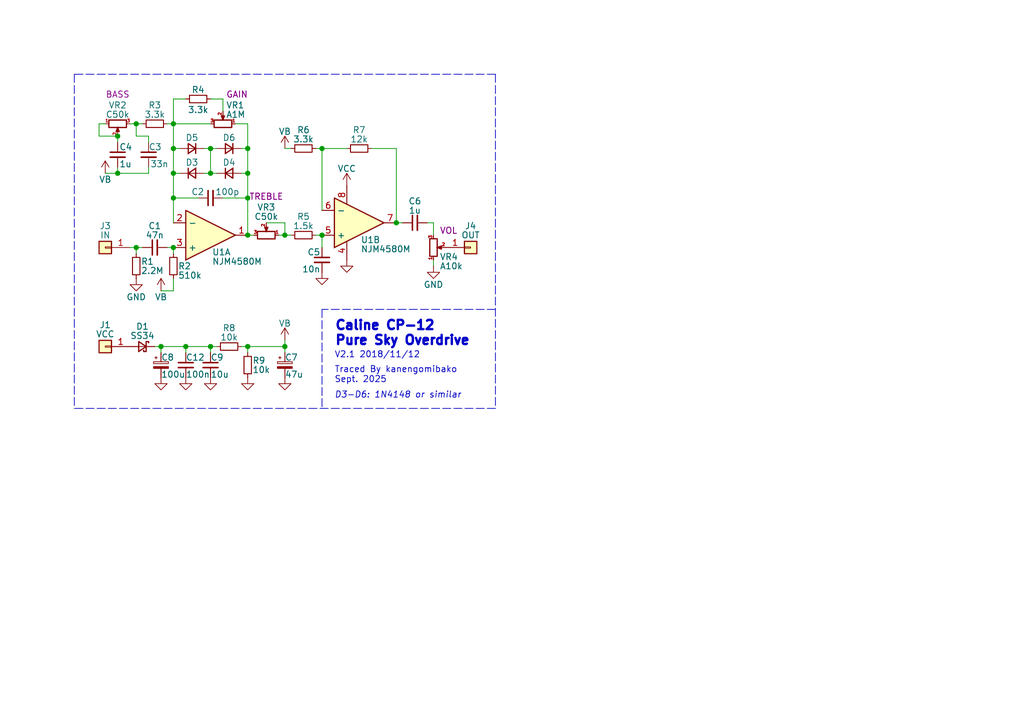
<source format=kicad_sch>
(kicad_sch (version 20250114) (generator "eeschema") (generator_version "9.0")
  (paper "A5")
  (lib_symbols
    (symbol "Connector_Generic:Conn_01x01" (pin_names (offset 1.016) (hide yes))
      (property "Reference" "J" (at 0 2.54 0))
      (property "Value" "Conn_01x01" (at 0 -2.54 0))
      (symbol "Conn_01x01_1_1"
        (rectangle (start -1.27 1.27) (end 1.27 -1.27) (stroke (width 0.254)) (fill (type background)))
        (rectangle (start -1.27 0.127) (end 0 -0.127) (stroke (width 0.1524)))
        (pin passive line (at -5.08 0 0) (length 3.81) (name "Pin_1") (number "1"))
      )
    )
    (symbol "Device:C_Polarized_Small" (pin_numbers (hide yes)) (pin_names (offset 0.254) (hide yes))
      (property "Reference" "C" (at 0.254 1.778 0))
      (property "Value" "C_Polarized_Small" (at 0.254 -2.032 0))
      (symbol "C_Polarized_Small_0_1"
        (rectangle (start -1.524 0.6858) (end 1.524 0.3048))
        (rectangle (start -1.524 -0.3048) (end 1.524 -0.6858) (fill (type outline)))
        (polyline (pts (xy -1.27 1.524) (xy -0.762 1.524)))
        (polyline (pts (xy -1.016 1.27) (xy -1.016 1.778)))
      )
      (symbol "C_Polarized_Small_1_1"
        (pin passive line (at 0 2.54 270) (length 1.8542) (name "~") (number "1"))
        (pin passive line (at 0 -2.54 90) (length 1.8542) (name "~") (number "2"))
      )
    )
    (symbol "Device:C_Small" (pin_numbers (hide yes)) (pin_names (offset 0.254) (hide yes))
      (property "Reference" "C" (at 0.254 1.778 0))
      (property "Value" "C_Small" (at 0.254 -2.032 0))
      (symbol "C_Small_0_1"
        (polyline (pts (xy -1.524 0.508) (xy 1.524 0.508)) (stroke (width 0.3048)))
        (polyline (pts (xy -1.524 -0.508) (xy 1.524 -0.508)) (stroke (width 0.3302)))
      )
      (symbol "C_Small_1_1"
        (pin passive line (at 0 2.54 270) (length 2.032) (name "~") (number "1"))
        (pin passive line (at 0 -2.54 90) (length 2.032) (name "~") (number "2"))
      )
    )
    (symbol "Device:D_Schottky_Small" (pin_numbers (hide yes)) (pin_names (offset 0.254) (hide yes))
      (property "Reference" "D" (at -1.27 2.032 0))
      (property "Value" "D_Schottky_Small" (at -7.112 -2.032 0))
      (symbol "D_Schottky_Small_0_1"
        (polyline (pts (xy -1.27 0.762) (xy -1.27 1.016) (xy -0.762 1.016) (xy -0.762 -1.016) (xy -0.254 -1.016) (xy -0.254 -0.762)) (stroke (width 0.254)))
        (polyline (pts (xy -0.762 0) (xy 0.762 0)))
        (polyline (pts (xy 0.762 -1.016) (xy -0.762 0) (xy 0.762 1.016) (xy 0.762 -1.016)) (stroke (width 0.254)))
      )
      (symbol "D_Schottky_Small_1_1"
        (pin passive line (at -2.54 0 0) (length 1.778) (name "K") (number "1"))
        (pin passive line (at 2.54 0 180) (length 1.778) (name "A") (number "2"))
      )
    )
    (symbol "Device:D_Small" (pin_numbers (hide yes)) (pin_names (offset 0.254) (hide yes))
      (property "Reference" "D" (at -1.27 2.032 0))
      (property "Value" "D_Small" (at -3.81 -2.032 0))
      (symbol "D_Small_0_1"
        (polyline (pts (xy -0.762 0) (xy 0.762 0)))
        (polyline (pts (xy -0.762 -1.016) (xy -0.762 1.016)) (stroke (width 0.254)))
        (polyline (pts (xy 0.762 -1.016) (xy -0.762 0) (xy 0.762 1.016) (xy 0.762 -1.016)) (stroke (width 0.254)))
      )
      (symbol "D_Small_1_1"
        (pin passive line (at -2.54 0 0) (length 1.778) (name "K") (number "1"))
        (pin passive line (at 2.54 0 180) (length 1.778) (name "A") (number "2"))
      )
    )
    (symbol "Device:Opamp_Dual"
      (property "Reference" "U" (at 0 5.08 0))
      (property "Value" "Opamp_Dual" (at 0 -5.08 0))
      (symbol "Opamp_Dual_1_1"
        (polyline (pts (xy -5.08 5.08) (xy 5.08 0) (xy -5.08 -5.08) (xy -5.08 5.08)) (stroke (width 0.254)) (fill (type background)))
        (pin input line (at -7.62 2.54 0) (length 2.54) (name "+") (number "3"))
        (pin input line (at -7.62 -2.54 0) (length 2.54) (name "-") (number "2"))
        (pin output line (at 7.62 0 180) (length 2.54) (name "~") (number "1"))
      )
      (symbol "Opamp_Dual_2_1"
        (polyline (pts (xy -5.08 5.08) (xy 5.08 0) (xy -5.08 -5.08) (xy -5.08 5.08)) (stroke (width 0.254)) (fill (type background)))
        (pin input line (at -7.62 2.54 0) (length 2.54) (name "+") (number "5"))
        (pin input line (at -7.62 -2.54 0) (length 2.54) (name "-") (number "6"))
        (pin output line (at 7.62 0 180) (length 2.54) (name "~") (number "7"))
      )
      (symbol "Opamp_Dual_3_1"
        (pin power_in line (at -2.54 7.62 270) (length 3.81) (name "V+") (number "8"))
        (pin power_in line (at -2.54 -7.62 90) (length 3.81) (name "V-") (number "4"))
      )
    )
    (symbol "Device:R_Potentiometer_Small" (pin_names (offset 1.016) (hide yes))
      (property "Reference" "RV" (at -4.445 0 90))
      (property "Value" "R_Potentiometer_Small" (at -2.54 0 90))
      (symbol "R_Potentiometer_Small_0_1"
        (rectangle (start 0.762 1.8034) (end -0.762 -1.8034) (stroke (width 0.254)))
        (polyline (pts (xy 0.889 0) (xy 0.635 0) (xy 1.651 0.381) (xy 1.651 -0.381) (xy 0.635 0) (xy 0.889 0)) (fill (type outline)))
      )
      (symbol "R_Potentiometer_Small_1_1"
        (pin passive line (at 0 2.54 270) (length 0.635) (name "1") (number "1"))
        (pin passive line (at 0 -2.54 90) (length 0.635) (name "3") (number "3"))
        (pin passive line (at 2.54 0 180) (length 0.9906) (name "2") (number "2"))
      )
    )
    (symbol "Device:R_Small" (pin_numbers (hide yes)) (pin_names (offset 0.254) (hide yes))
      (property "Reference" "R" (at 0 0 90))
      (property "Value" "R_Small" (at 1.778 0 90))
      (symbol "R_Small_0_1"
        (rectangle (start -0.762 1.778) (end 0.762 -1.778) (stroke (width 0.2032)))
      )
      (symbol "R_Small_1_1"
        (pin passive line (at 0 2.54 270) (length 0.762) (name "~") (number "1"))
        (pin passive line (at 0 -2.54 90) (length 0.762) (name "~") (number "2"))
      )
    )
    (symbol "Opamp_Dual_1" (pin_names (hide yes))
      (property "Reference" "U" (at 0 5.08 0))
      (property "Value" "Opamp_Dual" (at 0 -5.08 0))
      (symbol "Opamp_Dual_1_1_1"
        (polyline (pts (xy -5.08 5.08) (xy 5.08 0) (xy -5.08 -5.08) (xy -5.08 5.08)) (stroke (width 0.254)) (fill (type background)))
        (pin input line (at -7.62 2.54 0) (length 2.54) (name "+") (number "3"))
        (pin input line (at -7.62 -2.54 0) (length 2.54) (name "-") (number "2"))
        (pin output line (at 7.62 0 180) (length 2.54) (name "~") (number "1"))
      )
      (symbol "Opamp_Dual_1_2_1"
        (polyline (pts (xy -5.08 5.08) (xy 5.08 0) (xy -5.08 -5.08) (xy -5.08 5.08)) (stroke (width 0.254)) (fill (type background)))
        (pin input line (at -7.62 2.54 0) (length 2.54) (name "+") (number "5"))
        (pin input line (at -7.62 -2.54 0) (length 2.54) (name "-") (number "6"))
        (pin output line (at 7.62 0 180) (length 2.54) (name "~") (number "7"))
      )
      (symbol "Opamp_Dual_1_3_1"
        (pin power_in line (at -2.54 7.62 270) (length 3.81) (name "V+") (number "8"))
        (pin power_in line (at -2.54 -7.62 90) (length 3.81) (name "V-") (number "4"))
      )
    )
    (symbol "myLib:VB" (power) (pin_names (offset 0))
      (property "Value" "VB" (at 0 3.556 0))
      (symbol "VB_0_1"
        (polyline (pts (xy -0.762 1.27) (xy 0 2.54)))
        (polyline (pts (xy 0 2.54) (xy 0.762 1.27)))
        (polyline (pts (xy 0 0) (xy 0 2.54)))
      )
      (symbol "VB_1_1"
        (pin power_in line (at 0 0 90) (length 0) (hide yes) (name "VB") (number "1"))
      )
    )
    (symbol "power:GND" (power) (pin_numbers (hide yes)) (pin_names (offset 0) (hide yes))
      (property "Value" "GND" (at 0 -3.81 0))
      (symbol "GND_0_1"
        (polyline (pts (xy 0 0) (xy 0 -1.27) (xy 1.27 -1.27) (xy 0 -2.54) (xy -1.27 -1.27) (xy 0 -1.27)))
      )
      (symbol "GND_1_1"
        (pin power_in line (at 0 0 270) (length 0) (name "~") (number "1"))
      )
    )
    (symbol "power:VCC" (power) (pin_numbers (hide yes)) (pin_names (offset 0) (hide yes))
      (property "Value" "VCC" (at 0 3.556 0))
      (symbol "VCC_0_1"
        (polyline (pts (xy -0.762 1.27) (xy 0 2.54)))
        (polyline (pts (xy 0 2.54) (xy 0.762 1.27)))
        (polyline (pts (xy 0 0) (xy 0 2.54)))
      )
      (symbol "VCC_1_1"
        (pin power_in line (at 0 0 90) (length 0) (name "~") (number "1"))
      )
    )
  )
  (text "D3-D6: 1N4148 or similar" (at 68.58 81.915 0) (effects (font (size 1.27 1.27) (italic yes)) (justify left bottom)))
  (text "V2.1 2018/11/12" (at 68.58 73.66 0) (effects (font (size 1.27 1.27)) (justify left bottom)))
  (text "Traced By kanengomibako\nSept. 2025" (at 68.58 78.74 0) (effects (font (size 1.27 1.27)) (justify left bottom)))
  (text "Caline CP-12\nPure Sky Overdrive" (at 68.58 71.12 0) (effects (font (size 1.905 1.905) (thickness 0.508) (bold yes)) (justify left bottom)))
  (junction (at 50.8 35.56))
  (junction (at 35.56 30.48))
  (junction (at 66.04 48.26))
  (junction (at 35.56 35.56))
  (junction (at 24.13 35.56))
  (junction (at 58.42 48.26))
  (junction (at 33.02 71.12))
  (junction (at 81.28 45.72))
  (junction (at 50.8 48.26))
  (junction (at 27.94 25.4))
  (junction (at 43.18 71.12))
  (junction (at 24.13 27.94))
  (junction (at 50.8 71.12))
  (junction (at 58.42 71.12))
  (junction (at 35.56 50.8))
  (junction (at 27.94 50.8))
  (junction (at 66.04 30.48))
  (junction (at 50.8 30.48))
  (junction (at 35.56 40.64))
  (junction (at 38.1 71.12))
  (junction (at 50.8 40.64))
  (junction (at 43.18 30.48))
  (junction (at 43.18 35.56))
  (junction (at 35.56 25.4))
  (polyline (pts (xy 66.04 63.5) (xy 66.04 83.82)) (stroke (width 0) (type dash)))
  (wire (pts (xy 24.13 34.29) (xy 24.13 35.56)))
  (wire (pts (xy 64.77 48.26) (xy 66.04 48.26)))
  (wire (pts (xy 38.1 71.12) (xy 43.18 71.12)))
  (wire (pts (xy 58.42 45.72) (xy 58.42 48.26)))
  (wire (pts (xy 50.8 25.4) (xy 50.8 30.48)))
  (wire (pts (xy 45.72 22.86) (xy 45.72 20.32)))
  (wire (pts (xy 33.02 59.69) (xy 35.56 59.69)))
  (wire (pts (xy 66.04 30.48) (xy 71.12 30.48)))
  (wire (pts (xy 43.18 30.48) (xy 43.18 35.56)))
  (wire (pts (xy 81.28 45.72) (xy 82.55 45.72)))
  (wire (pts (xy 24.13 27.94) (xy 24.13 29.21)))
  (wire (pts (xy 64.77 30.48) (xy 66.04 30.48)))
  (wire (pts (xy 81.28 45.72) (xy 81.28 30.48)))
  (wire (pts (xy 50.8 48.26) (xy 52.07 48.26)))
  (wire (pts (xy 31.75 71.12) (xy 33.02 71.12)))
  (wire (pts (xy 27.94 27.94) (xy 30.48 27.94)))
  (wire (pts (xy 30.48 27.94) (xy 30.48 29.21)))
  (wire (pts (xy 27.94 50.8) (xy 29.21 50.8)))
  (wire (pts (xy 57.15 48.26) (xy 58.42 48.26)))
  (wire (pts (xy 35.56 59.69) (xy 35.56 57.15)))
  (wire (pts (xy 43.18 35.56) (xy 44.45 35.56)))
  (wire (pts (xy 35.56 50.8) (xy 35.56 52.07)))
  (polyline (pts (xy 101.6 15.24) (xy 15.24 15.24)) (stroke (width 0) (type dash)))
  (wire (pts (xy 49.53 35.56) (xy 50.8 35.56)))
  (wire (pts (xy 66.04 43.18) (xy 66.04 30.48)))
  (wire (pts (xy 50.8 30.48) (xy 50.8 35.56)))
  (wire (pts (xy 43.18 71.12) (xy 43.18 72.39)))
  (wire (pts (xy 43.18 30.48) (xy 44.45 30.48)))
  (wire (pts (xy 33.02 71.12) (xy 38.1 71.12)))
  (wire (pts (xy 20.32 25.4) (xy 21.59 25.4)))
  (wire (pts (xy 87.63 45.72) (xy 88.9 45.72)))
  (wire (pts (xy 58.42 30.48) (xy 59.69 30.48)))
  (polyline (pts (xy 15.24 15.24) (xy 15.24 83.82)) (stroke (width 0) (type dash)))
  (wire (pts (xy 45.72 40.64) (xy 50.8 40.64)))
  (wire (pts (xy 49.53 71.12) (xy 50.8 71.12)))
  (wire (pts (xy 38.1 72.39) (xy 38.1 71.12)))
  (wire (pts (xy 41.91 35.56) (xy 43.18 35.56)))
  (wire (pts (xy 41.91 30.48) (xy 43.18 30.48)))
  (wire (pts (xy 26.67 50.8) (xy 27.94 50.8)))
  (wire (pts (xy 26.67 25.4) (xy 27.94 25.4)))
  (wire (pts (xy 24.13 35.56) (xy 30.48 35.56)))
  (wire (pts (xy 50.8 71.12) (xy 58.42 71.12)))
  (wire (pts (xy 54.61 45.72) (xy 58.42 45.72)))
  (wire (pts (xy 58.42 48.26) (xy 59.69 48.26)))
  (wire (pts (xy 35.56 25.4) (xy 43.18 25.4)))
  (wire (pts (xy 38.1 20.32) (xy 35.56 20.32)))
  (wire (pts (xy 34.29 50.8) (xy 35.56 50.8)))
  (wire (pts (xy 36.83 30.48) (xy 35.56 30.48)))
  (wire (pts (xy 35.56 35.56) (xy 35.56 40.64)))
  (polyline (pts (xy 101.6 15.24) (xy 101.6 83.82)) (stroke (width 0) (type dash)))
  (wire (pts (xy 35.56 35.56) (xy 36.83 35.56)))
  (wire (pts (xy 88.9 45.72) (xy 88.9 48.26)))
  (wire (pts (xy 35.56 20.32) (xy 35.56 25.4)))
  (wire (pts (xy 48.26 25.4) (xy 50.8 25.4)))
  (wire (pts (xy 50.8 40.64) (xy 50.8 48.26)))
  (wire (pts (xy 30.48 34.29) (xy 30.48 35.56)))
  (wire (pts (xy 20.32 27.94) (xy 24.13 27.94)))
  (wire (pts (xy 27.94 25.4) (xy 27.94 27.94)))
  (wire (pts (xy 21.59 35.56) (xy 24.13 35.56)))
  (wire (pts (xy 66.04 48.26) (xy 66.04 50.8)))
  (wire (pts (xy 50.8 71.12) (xy 50.8 72.39)))
  (wire (pts (xy 50.8 35.56) (xy 50.8 40.64)))
  (wire (pts (xy 76.2 30.48) (xy 81.28 30.48)))
  (wire (pts (xy 27.94 25.4) (xy 29.21 25.4)))
  (wire (pts (xy 49.53 30.48) (xy 50.8 30.48)))
  (wire (pts (xy 20.32 25.4) (xy 20.32 27.94)))
  (wire (pts (xy 35.56 40.64) (xy 40.64 40.64)))
  (polyline (pts (xy 101.6 63.5) (xy 66.04 63.5)) (stroke (width 0) (type dash)))
  (wire (pts (xy 27.94 50.8) (xy 27.94 52.07)))
  (wire (pts (xy 58.42 71.12) (xy 58.42 72.39)))
  (wire (pts (xy 33.02 71.12) (xy 33.02 72.39)))
  (wire (pts (xy 58.42 69.85) (xy 58.42 71.12)))
  (wire (pts (xy 34.29 25.4) (xy 35.56 25.4)))
  (polyline (pts (xy 101.6 83.82) (xy 15.24 83.82)) (stroke (width 0) (type dash)))
  (wire (pts (xy 35.56 25.4) (xy 35.56 30.48)))
  (wire (pts (xy 88.9 54.61) (xy 88.9 53.34)))
  (wire (pts (xy 35.56 40.64) (xy 35.56 45.72)))
  (wire (pts (xy 35.56 30.48) (xy 35.56 35.56)))
  (wire (pts (xy 43.18 71.12) (xy 44.45 71.12)))
  (wire (pts (xy 45.72 20.32) (xy 43.18 20.32)))
  (symbol (lib_id "myLib:VB") (at 58.42 30.48 0) (unit 1)
    (property "Reference" "#PWR03" (effects (hide yes)))
    (property "Value" "VB" (at 58.42 26.9875 0))
    (property "Description" "Power symbol creates a global label with name \"+4V5\"" (effects (hide yes)))
  )
  (symbol (lib_id "Device:C_Small") (at 66.04 53.34 0) (mirror y) (unit 1)
    (property "Reference" "C5" (at 65.7225 51.7525 0) (effects (justify left)))
    (property "Value" "10n" (at 65.7225 55.245 0) (effects (justify left)))
    (property "Footprint" "Capacitor_THT:C_Rect_L7.0mm_W2.0mm_P5.00mm" (effects (hide yes)))
    (property "Description" "Unpolarized capacitor, small symbol" (effects (hide yes)))
  )
  (symbol (lib_id "Device:R_Small") (at 35.56 54.61 0) (unit 1)
    (property "Reference" "R2" (at 36.5125 54.61 0) (effects (justify left)))
    (property "Value" "510k" (at 36.5125 56.515 0) (effects (justify left)))
    (property "Footprint" "Resistor_THT:R_Axial_DIN0204_L3.6mm_D1.6mm_P7.62mm_Horizontal" (effects (hide yes)))
    (property "Description" "Resistor, small symbol" (effects (hide yes)))
  )
  (symbol (lib_id "power:GND") (at 38.1 77.47 0) (unit 1)
    (property "Reference" "#PWR07" (effects (hide yes)))
    (property "Value" "GND" (effects (hide yes)))
    (property "Description" "Power symbol creates a global label with name \"GND\" , ground" (effects (hide yes)))
  )
  (symbol (lib_id "power:VCC") (at 71.12 38.1 0) (unit 1)
    (property "Reference" "#PWR011" (effects (hide yes)))
    (property "Value" "VCC" (at 71.12 34.6075 0))
    (property "Description" "Power symbol creates a global label with name \"VCC\"" (effects (hide yes)))
  )
  (symbol (lib_id "myLib:VB") (at 58.42 69.85 0) (unit 1)
    (property "Reference" "#PWR01" (effects (hide yes)))
    (property "Value" "VB" (at 58.42 66.3575 0))
    (property "Description" "Power symbol creates a global label with name \"+4V5\"" (effects (hide yes)))
  )
  (symbol (lib_id "Device:R_Small") (at 62.23 30.48 90) (unit 1)
    (property "Reference" "R6" (at 62.23 26.67 90))
    (property "Value" "3.3k" (at 62.23 28.575 90))
    (property "Footprint" "Resistor_THT:R_Axial_DIN0204_L3.6mm_D1.6mm_P7.62mm_Horizontal" (effects (hide yes)))
    (property "Description" "Resistor, small symbol" (effects (hide yes)))
  )
  (symbol (lib_id "myLib:VB") (at 33.02 59.69 0) (unit 1)
    (property "Reference" "#PWR02" (effects (hide yes)))
    (property "Value" "VB" (at 33.02 60.96 0))
    (property "Description" "Power symbol creates a global label with name \"+4V5\"" (effects (hide yes)))
  )
  (symbol (lib_id "power:GND") (at 58.42 77.47 0) (unit 1)
    (property "Reference" "#PWR016" (effects (hide yes)))
    (property "Value" "GND" (effects (hide yes)))
    (property "Description" "Power symbol creates a global label with name \"GND\" , ground" (effects (hide yes)))
  )
  (symbol (lib_id "Device:C_Small") (at 24.13 31.75 0) (unit 1)
    (property "Reference" "C4" (at 24.4475 30.1625 0) (effects (justify left)))
    (property "Value" "1u" (at 24.4475 33.655 0) (effects (justify left)))
    (property "Footprint" "Capacitor_THT:C_Rect_L7.0mm_W2.0mm_P5.00mm" (effects (hide yes)))
    (property "Description" "Unpolarized capacitor, small symbol" (effects (hide yes)))
  )
  (symbol (lib_id "Device:R_Small") (at 73.66 30.48 90) (unit 1)
    (property "Reference" "R7" (at 73.66 26.67 90))
    (property "Value" "12k" (at 73.66 28.575 90))
    (property "Footprint" "Resistor_THT:R_Axial_DIN0204_L3.6mm_D1.6mm_P7.62mm_Horizontal" (effects (hide yes)))
    (property "Description" "Resistor, small symbol" (effects (hide yes)))
  )
  (symbol (lib_id "Device:R_Potentiometer_Small") (at 54.61 48.26 270) (mirror x) (unit 1)
    (property "Reference" "VR3" (at 54.61 42.545 90))
    (property "Value" "C50k" (at 54.61 44.45 90))
    (property "Footprint" "Potentiometer_THT:Potentiometer_Omeg_PC16BU_Vertical" (effects (hide yes)))
    (property "Description" "TREBLE" (at 54.61 40.3225 90))
  )
  (symbol (lib_id "power:GND") (at 43.18 77.47 0) (unit 1)
    (property "Reference" "#PWR08" (effects (hide yes)))
    (property "Value" "GND" (effects (hide yes)))
    (property "Description" "Power symbol creates a global label with name \"GND\" , ground" (effects (hide yes)))
  )
  (symbol (lib_id "power:GND") (at 71.12 53.34 0) (unit 1)
    (property "Reference" "#PWR010" (effects (hide yes)))
    (property "Value" "GND" (effects (hide yes)))
    (property "Description" "Power symbol creates a global label with name \"GND\" , ground" (effects (hide yes)))
  )
  (symbol (lib_id "power:GND") (at 50.8 77.47 0) (unit 1)
    (property "Reference" "#PWR015" (effects (hide yes)))
    (property "Value" "GND" (effects (hide yes)))
    (property "Description" "Power symbol creates a global label with name \"GND\" , ground" (effects (hide yes)))
  )
  (symbol (lib_id "Device:D_Small") (at 39.37 30.48 0) (mirror y) (unit 1)
    (property "Reference" "D5" (at 39.37 28.2575 0))
    (property "Value" "1N4148" (effects (hide yes)))
    (property "Footprint" "Diode_THT:D_DO-34_SOD68_P7.62mm_Horizontal" (effects (hide yes)))
    (property "Description" "Diode, small symbol" (effects (hide yes)))
    (property "Sim.Device" "D" (effects (hide yes)))
    (property "Sim.Pins" "1=K 2=A" (effects (hide yes)))
  )
  (symbol (lib_id "Device:C_Small") (at 43.18 74.93 0) (unit 1)
    (property "Reference" "C9" (at 43.18 73.3425 0) (effects (justify left)))
    (property "Value" "10u" (at 43.18 76.835 0) (effects (justify left)))
    (property "Footprint" "Capacitor_THT:C_Rect_L7.0mm_W2.0mm_P5.00mm" (effects (hide yes)))
    (property "Description" "Unpolarized capacitor, small symbol" (effects (hide yes)))
  )
  (symbol (lib_id "Device:C_Small") (at 31.75 50.8 90) (unit 1)
    (property "Reference" "C1" (at 31.75 46.355 90))
    (property "Value" "47n" (at 31.75 48.26 90))
    (property "Footprint" "Capacitor_THT:C_Rect_L7.0mm_W2.0mm_P5.00mm" (effects (hide yes)))
    (property "Description" "Unpolarized capacitor, small symbol" (effects (hide yes)))
  )
  (symbol (lib_id "power:GND") (at 66.04 55.88 0) (unit 1)
    (property "Reference" "#PWR09" (effects (hide yes)))
    (property "Value" "GND" (effects (hide yes)))
    (property "Description" "Power symbol creates a global label with name \"GND\" , ground" (effects (hide yes)))
  )
  (symbol (lib_id "power:GND") (at 27.94 57.15 0) (unit 1)
    (property "Reference" "#PWR04" (effects (hide yes)))
    (property "Value" "GND" (at 27.94 60.96 0))
    (property "Description" "Power symbol creates a global label with name \"GND\" , ground" (effects (hide yes)))
  )
  (symbol (lib_id "Device:C_Small") (at 85.09 45.72 90) (unit 1)
    (property "Reference" "C6" (at 85.09 41.275 90))
    (property "Value" "1u" (at 85.09 43.18 90))
    (property "Footprint" "Capacitor_THT:C_Rect_L7.0mm_W2.0mm_P5.00mm" (effects (hide yes)))
    (property "Description" "Unpolarized capacitor, small symbol" (effects (hide yes)))
  )
  (symbol (lib_id "Device:R_Small") (at 40.64 20.32 90) (unit 1)
    (property "Reference" "R4" (at 40.64 18.415 90))
    (property "Value" "3.3k" (at 40.64 22.5425 90))
    (property "Footprint" "Resistor_THT:R_Axial_DIN0204_L3.6mm_D1.6mm_P7.62mm_Horizontal" (effects (hide yes)))
    (property "Description" "Resistor, small symbol" (effects (hide yes)))
  )
  (symbol (lib_id "Device:R_Small") (at 31.75 25.4 90) (unit 1)
    (property "Reference" "R3" (at 31.75 21.59 90))
    (property "Value" "3.3k" (at 31.75 23.495 90))
    (property "Footprint" "Resistor_THT:R_Axial_DIN0204_L3.6mm_D1.6mm_P7.62mm_Horizontal" (effects (hide yes)))
    (property "Description" "Resistor, small symbol" (effects (hide yes)))
  )
  (symbol (lib_id "Device:C_Polarized_Small") (at 58.42 74.93 0) (unit 1)
    (property "Reference" "C7" (at 58.42 73.3425 0) (effects (justify left)))
    (property "Value" "47u" (at 58.42 76.835 0) (effects (justify left)))
    (property "Footprint" "Capacitor_THT:CP_Radial_D5.0mm_P2.50mm" (effects (hide yes)))
    (property "Description" "Polarized capacitor, small symbol" (effects (hide yes)))
  )
  (symbol (lib_id "Device:D_Schottky_Small") (at 29.21 71.12 0) (mirror y) (unit 1)
    (property "Reference" "D1" (at 29.21 66.9925 0))
    (property "Value" "SS34" (at 29.21 68.8975 0))
    (property "Footprint" "Diode_THT:D_DO-41_SOD81_P7.62mm_Horizontal" (effects (hide yes)))
    (property "Description" "Schottky diode, small symbol" (effects (hide yes)))
    (property "Sim.Device" "D" (effects (hide yes)))
    (property "Sim.Pins" "1=K 2=A" (effects (hide yes)))
  )
  (symbol (lib_id "Device:D_Small") (at 46.99 30.48 0) (mirror y) (unit 1)
    (property "Reference" "D6" (at 46.99 28.2575 0))
    (property "Value" "1N4148" (effects (hide yes)))
    (property "Footprint" "Diode_THT:D_DO-34_SOD68_P7.62mm_Horizontal" (effects (hide yes)))
    (property "Description" "Diode, small symbol" (effects (hide yes)))
    (property "Sim.Device" "D" (effects (hide yes)))
    (property "Sim.Pins" "1=K 2=A" (effects (hide yes)))
  )
  (symbol (lib_id "Device:R_Small") (at 46.99 71.12 270) (mirror x) (unit 1)
    (property "Reference" "R8" (at 46.99 67.31 90))
    (property "Value" "10k" (at 46.99 69.215 90))
    (property "Footprint" "Resistor_THT:R_Axial_DIN0204_L3.6mm_D1.6mm_P7.62mm_Horizontal" (effects (hide yes)))
    (property "Description" "Resistor, small symbol" (effects (hide yes)))
  )
  (symbol (lib_id "Device:R_Potentiometer_Small") (at 24.13 25.4 90) (mirror x) (unit 1)
    (property "Reference" "VR2" (at 24.13 21.59 90))
    (property "Value" "C50k" (at 24.13 23.495 90))
    (property "Footprint" "Potentiometer_THT:Potentiometer_Omeg_PC16BU_Vertical" (effects (hide yes)))
    (property "Description" "BASS" (at 24.13 19.3675 90))
  )
  (symbol (lib_id "Device:R_Small") (at 50.8 74.93 0) (unit 1)
    (property "Reference" "R9" (at 51.7525 73.9775 0) (effects (justify left)))
    (property "Value" "10k" (at 51.7525 75.8825 0) (effects (justify left)))
    (property "Footprint" "Resistor_THT:R_Axial_DIN0204_L3.6mm_D1.6mm_P7.62mm_Horizontal" (effects (hide yes)))
    (property "Description" "Resistor, small symbol" (effects (hide yes)))
  )
  (symbol (lib_id "power:GND") (at 88.9 54.61 0) (unit 1)
    (property "Reference" "#PWR012" (effects (hide yes)))
    (property "Value" "GND" (at 88.9 58.42 0))
    (property "Description" "Power symbol creates a global label with name \"GND\" , ground" (effects (hide yes)))
  )
  (symbol (lib_id "Device:R_Potentiometer_Small") (at 45.72 25.4 270) (mirror x) (unit 1)
    (property "Reference" "VR1" (at 46.355 21.59 90) (effects (justify left)))
    (property "Value" "A1M" (at 46.355 23.495 90) (effects (justify left)))
    (property "Footprint" "Potentiometer_THT:Potentiometer_Omeg_PC16BU_Vertical" (effects (hide yes)))
    (property "Description" "GAIN" (at 46.355 19.3675 90) (effects (justify left)))
  )
  (symbol (lib_id "Device:C_Small") (at 30.48 31.75 0) (unit 1)
    (property "Reference" "C3" (at 30.48 30.1625 0) (effects (justify left)))
    (property "Value" "33n" (at 30.7975 33.655 0) (effects (justify left)))
    (property "Footprint" "Capacitor_THT:C_Rect_L7.0mm_W2.0mm_P5.00mm" (effects (hide yes)))
    (property "Description" "Unpolarized capacitor, small symbol" (effects (hide yes)))
  )
  (symbol (lib_id "Device:D_Small") (at 46.99 35.56 0) (mirror x) (unit 1)
    (property "Reference" "D4" (at 46.99 33.3375 0))
    (property "Value" "1N4148" (effects (hide yes)))
    (property "Footprint" "Diode_THT:D_DO-34_SOD68_P7.62mm_Horizontal" (effects (hide yes)))
    (property "Description" "Diode, small symbol" (effects (hide yes)))
    (property "Sim.Device" "D" (effects (hide yes)))
    (property "Sim.Pins" "1=K 2=A" (effects (hide yes)))
  )
  (symbol (lib_id "Connector_Generic:Conn_01x01") (at 21.59 71.12 180) (unit 1)
    (property "Reference" "J1" (at 21.59 66.675 0))
    (property "Value" "VCC" (at 21.59 68.58 0))
    (property "Footprint" "Connector_PinHeader_2.54mm:PinHeader_1x01_P2.54mm_Vertical" (effects (hide yes)))
    (property "Description" "Generic connector, single row, 01x01, script generated (kicad-library-utils/schlib/autogen/connector/)" (effects (hide yes)))
  )
  (symbol (lib_id "Device:Opamp_Dual") (at 43.18 48.26 0) (mirror x) (unit 1)
    (property "Reference" "U1" (at 43.4975 51.7525 0) (effects (justify left)))
    (property "Value" "NJM4580M" (at 43.4975 53.6575 0) (effects (justify left)))
    (property "Footprint" "Package_DIP:DIP-8_W7.62mm_Socket" (effects (hide yes)))
    (property "Description" "Dual operational amplifier" (effects (hide yes)))
    (property "Sim.Library" "${KICAD9_SYMBOL_DIR}/Simulation_SPICE.sp" (effects (hide yes)))
    (property "Sim.Name" "kicad_builtin_opamp_dual" (effects (hide yes)))
    (property "Sim.Device" "SUBCKT" (effects (hide yes)))
    (property "Sim.Pins" "1=out1 2=in1- 3=in1+ 4=vee 5=in2+ 6=in2- 7=out2 8=vcc" (effects (hide yes)))
  )
  (symbol (lib_name "Opamp_Dual_1") (lib_id "Device:Opamp_Dual") (at 73.66 45.72 0) (unit 3)
    (property "Reference" "U1" (effects (hide yes)))
    (property "Value" "NJM4580M" (effects (hide yes)))
    (property "Footprint" "Package_DIP:DIP-8_W7.62mm_Socket" (effects (hide yes)))
    (property "Description" "Dual operational amplifier" (effects (hide yes)))
    (property "Sim.Library" "${KICAD9_SYMBOL_DIR}/Simulation_SPICE.sp" (effects (hide yes)))
    (property "Sim.Name" "kicad_builtin_opamp_dual" (effects (hide yes)))
    (property "Sim.Device" "SUBCKT" (effects (hide yes)))
    (property "Sim.Pins" "1=out1 2=in1- 3=in1+ 4=vee 5=in2+ 6=in2- 7=out2 8=vcc" (effects (hide yes)))
  )
  (symbol (lib_id "Connector_Generic:Conn_01x01") (at 21.59 50.8 180) (unit 1)
    (property "Reference" "J3" (at 21.59 46.355 0))
    (property "Value" "IN" (at 21.59 48.26 0))
    (property "Footprint" "Connector_PinHeader_2.54mm:PinHeader_1x01_P2.54mm_Vertical" (effects (hide yes)))
    (property "Description" "Generic connector, single row, 01x01, script generated (kicad-library-utils/schlib/autogen/connector/)" (effects (hide yes)))
  )
  (symbol (lib_id "Device:R_Potentiometer_Small") (at 88.9 50.8 0) (mirror x) (unit 1)
    (property "Reference" "VR4" (at 90.17 52.705 0) (effects (justify left)))
    (property "Value" "A10k" (at 90.17 54.61 0) (effects (justify left)))
    (property "Footprint" "Potentiometer_THT:Potentiometer_Omeg_PC16BU_Vertical" (effects (hide yes)))
    (property "Description" "VOL" (at 90.17 47.3075 0) (effects (justify left)))
  )
  (symbol (lib_id "myLib:VB") (at 21.59 35.56 0) (unit 1)
    (property "Reference" "#PWR05" (effects (hide yes)))
    (property "Value" "VB" (at 21.59 36.83 0))
    (property "Description" "Power symbol creates a global label with name \"+4V5\"" (effects (hide yes)))
  )
  (symbol (lib_id "Device:R_Small") (at 62.23 48.26 90) (unit 1)
    (property "Reference" "R5" (at 62.23 44.45 90))
    (property "Value" "1.5k" (at 62.23 46.355 90))
    (property "Footprint" "Resistor_THT:R_Axial_DIN0204_L3.6mm_D1.6mm_P7.62mm_Horizontal" (effects (hide yes)))
    (property "Description" "Resistor, small symbol" (effects (hide yes)))
  )
  (symbol (lib_id "Device:C_Small") (at 38.1 74.93 0) (unit 1)
    (property "Reference" "C12" (at 38.1 73.3425 0) (effects (justify left)))
    (property "Value" "100n" (at 38.1 76.835 0) (effects (justify left)))
    (property "Footprint" "Capacitor_THT:C_Rect_L7.0mm_W2.0mm_P5.00mm" (effects (hide yes)))
    (property "Description" "Unpolarized capacitor, small symbol" (effects (hide yes)))
  )
  (symbol (lib_id "Device:D_Small") (at 39.37 35.56 0) (mirror x) (unit 1)
    (property "Reference" "D3" (at 39.37 33.3375 0))
    (property "Value" "1N4148" (effects (hide yes)))
    (property "Footprint" "Diode_THT:D_DO-34_SOD68_P7.62mm_Horizontal" (effects (hide yes)))
    (property "Description" "Diode, small symbol" (effects (hide yes)))
    (property "Sim.Device" "D" (effects (hide yes)))
    (property "Sim.Pins" "1=K 2=A" (effects (hide yes)))
  )
  (symbol (lib_id "Device:Opamp_Dual") (at 73.66 45.72 0) (mirror x) (unit 2)
    (property "Reference" "U1" (at 73.9775 49.2125 0) (effects (justify left)))
    (property "Value" "NJM4580M" (at 73.9775 51.1175 0) (effects (justify left)))
    (property "Footprint" "Package_DIP:DIP-8_W7.62mm_Socket" (effects (hide yes)))
    (property "Description" "Dual operational amplifier" (effects (hide yes)))
    (property "Sim.Library" "${KICAD9_SYMBOL_DIR}/Simulation_SPICE.sp" (effects (hide yes)))
    (property "Sim.Name" "kicad_builtin_opamp_dual" (effects (hide yes)))
    (property "Sim.Device" "SUBCKT" (effects (hide yes)))
    (property "Sim.Pins" "1=out1 2=in1- 3=in1+ 4=vee 5=in2+ 6=in2- 7=out2 8=vcc" (effects (hide yes)))
  )
  (symbol (lib_id "Device:C_Small") (at 43.18 40.64 90) (unit 1)
    (property "Reference" "C2" (at 41.91 39.37 90) (effects (justify left)))
    (property "Value" "100p" (at 44.1325 39.37 90) (effects (justify right)))
    (property "Footprint" "Capacitor_THT:C_Rect_L7.0mm_W2.0mm_P5.00mm" (effects (hide yes)))
    (property "Description" "Unpolarized capacitor, small symbol" (effects (hide yes)))
  )
  (symbol (lib_id "Connector_Generic:Conn_01x01") (at 96.52 50.8 0) (mirror x) (unit 1)
    (property "Reference" "J4" (at 96.52 46.355 0))
    (property "Value" "OUT" (at 96.52 48.26 0))
    (property "Footprint" "Connector_PinHeader_2.54mm:PinHeader_1x01_P2.54mm_Vertical" (effects (hide yes)))
    (property "Description" "Generic connector, single row, 01x01, script generated (kicad-library-utils/schlib/autogen/connector/)" (effects (hide yes)))
  )
  (symbol (lib_id "power:GND") (at 33.02 77.47 0) (unit 1)
    (property "Reference" "#PWR014" (effects (hide yes)))
    (property "Value" "GND" (effects (hide yes)))
    (property "Description" "Power symbol creates a global label with name \"GND\" , ground" (effects (hide yes)))
  )
  (symbol (lib_id "Device:R_Small") (at 27.94 54.61 0) (unit 1)
    (property "Reference" "R1" (at 28.8925 53.6575 0) (effects (justify left)))
    (property "Value" "2.2M" (at 28.8925 55.5625 0) (effects (justify left)))
    (property "Footprint" "Resistor_THT:R_Axial_DIN0204_L3.6mm_D1.6mm_P7.62mm_Horizontal" (effects (hide yes)))
    (property "Description" "Resistor, small symbol" (effects (hide yes)))
  )
  (symbol (lib_id "Device:C_Polarized_Small") (at 33.02 74.93 0) (unit 1)
    (property "Reference" "C8" (at 33.02 73.3425 0) (effects (justify left)))
    (property "Value" "100u" (at 33.02 76.835 0) (effects (justify left)))
    (property "Footprint" "Capacitor_THT:CP_Radial_D5.0mm_P2.50mm" (effects (hide yes)))
    (property "Description" "Polarized capacitor, small symbol" (effects (hide yes)))
  )
)
</source>
